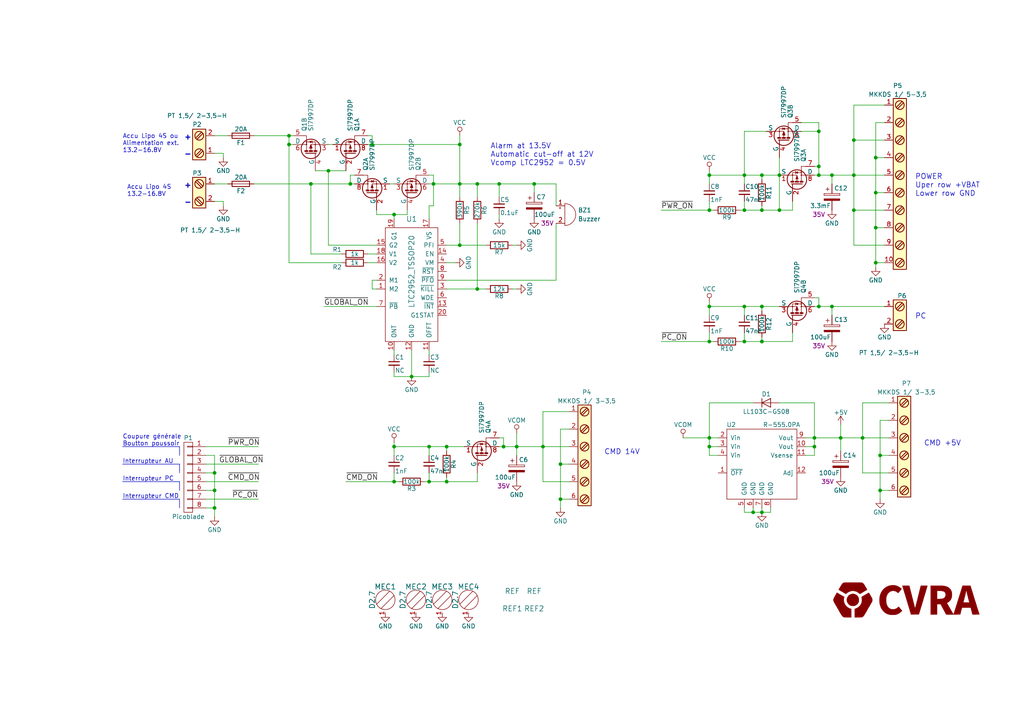
<source format=kicad_sch>
(kicad_sch (version 20230121) (generator eeschema)
  (paper "A4")
  (title_block (title "Power management robot") (date "29.01.2017") (rev "Draft") (company "CVRA - Club Vaudois de robotique Autonome"))
  (lib_symbols
    (symbol "CarteAlim2017-rescue:+5V" (power) (pin_names (offset 0))
      (property "Value" "+5V" (at 0 3.556 0))
      (symbol "+5V_1_1"
        (pin power_in line (at 0 0 90) (length 0) hide (name "+5V") (number "1"))
      )
    )
    (symbol "CarteAlim2017-rescue:Buzzer" (pin_names (offset 0.0254) hide)
      (property "Reference" "BZ" (at 3.81 1.27 0))
      (property "Value" "Buzzer" (at 3.81 -1.27 0))
      (symbol "Buzzer_1_1"
        (pin passive line (at -2.54 2.54 0) (length 2.54) (name "-") (number "1"))
        (pin passive line (at -2.54 -2.54 0) (length 2.54) (name "+") (number "2"))
      )
    )
    (symbol "CarteAlim2017-rescue:CONN_01X08" (pin_names (offset 1.016) hide)
      (property "Reference" "P" (at 0 11.43 0))
      (property "Value" "CONN_01X08" (at 2.54 0 90))
      (symbol "CONN_01X08_1_1"
        (pin passive line (at -5.08 8.89 0) (length 3.81) (name "P1") (number "1"))
        (pin passive line (at -5.08 6.35 0) (length 3.81) (name "P2") (number "2"))
        (pin passive line (at -5.08 3.81 0) (length 3.81) (name "P3") (number "3"))
        (pin passive line (at -5.08 1.27 0) (length 3.81) (name "P4") (number "4"))
        (pin passive line (at -5.08 -1.27 0) (length 3.81) (name "P5") (number "5"))
        (pin passive line (at -5.08 -3.81 0) (length 3.81) (name "P6") (number "6"))
        (pin passive line (at -5.08 -6.35 0) (length 3.81) (name "P7") (number "7"))
        (pin passive line (at -5.08 -8.89 0) (length 3.81) (name "P8") (number "8"))
      )
    )
    (symbol "CarteAlim2017-rescue:CP" (pin_numbers hide) (pin_names (offset 0.254))
      (property "Reference" "C" (at 0.635 2.54 0))
      (property "Value" "CP" (at 0.635 -2.54 0))
      (symbol "CP_1_1"
        (pin passive line (at 0 3.81 270) (length 2.794) (name "~") (number "1"))
        (pin passive line (at 0 -3.81 90) (length 2.794) (name "~") (number "2"))
      )
    )
    (symbol "CarteAlim2017-rescue:CVRA_logo" (pin_names (offset 1.016)))
    (symbol "CarteAlim2017-rescue:C_Small" (pin_numbers hide) (pin_names (offset 0.254) hide)
      (property "Reference" "C" (at 0.254 1.778 0))
      (property "Value" "C_Small" (at 0.254 -2.032 0))
      (symbol "C_Small_1_1"
        (pin passive line (at 0 2.54 270) (length 2.032) (name "~") (number "1"))
        (pin passive line (at 0 -2.54 90) (length 2.032) (name "~") (number "2"))
      )
    )
    (symbol "CarteAlim2017-rescue:D" (pin_numbers hide) (pin_names (offset 1.016) hide)
      (property "Reference" "D" (at 0 2.54 0))
      (property "Value" "D" (at 0 -2.54 0))
      (symbol "D_1_1"
        (pin passive line (at -3.81 0 0) (length 2.54) (name "K") (number "1"))
        (pin passive line (at 3.81 0 180) (length 2.54) (name "A") (number "2"))
      )
    )
    (symbol "CarteAlim2017-rescue:Fuse" (pin_numbers hide) (pin_names (offset 0))
      (property "Reference" "F" (at 2.032 0 90))
      (property "Value" "Fuse" (at -1.905 0 90))
      (symbol "Fuse_1_1"
        (pin passive line (at 0 3.81 270) (length 1.27) (name "~") (number "1"))
        (pin passive line (at 0 -3.81 90) (length 1.27) (name "~") (number "2"))
      )
    )
    (symbol "CarteAlim2017-rescue:GND" (power) (pin_names (offset 0))
      (property "Value" "GND" (at 0 -3.81 0))
      (symbol "GND_1_1"
        (pin power_in line (at 0 0 270) (length 0) hide (name "GND") (number "1"))
      )
    )
    (symbol "CarteAlim2017-rescue:LTC2952_TSSOP20" (pin_names (offset 1.016))
      (property "Reference" "U" (at 0 15.24 0))
      (property "Value" "LTC2952_TSSOP20" (at 0 0 90))
      (symbol "LTC2952_TSSOP20_1_1"
        (pin input line (at -10.16 -5.08 0) (length 2.54) (name "M2") (number "1"))
        (pin output line (at -5.08 -22.86 90) (length 2.54) (name "ONT") (number "10"))
        (pin output line (at 5.08 -22.86 90) (length 2.54) (name "OFFT") (number "11"))
        (pin power_out line (at 0 -22.86 90) (length 2.54) (name "GND") (number "12"))
        (pin open_collector line (at 10.16 -10.16 180) (length 2.54) (name "~{INT}") (number "13"))
        (pin output line (at 10.16 5.08 180) (length 2.54) (name "EN") (number "14"))
        (pin output line (at -10.16 7.62 0) (length 2.54) (name "G2") (number "15"))
        (pin power_in line (at -10.16 2.54 0) (length 2.54) (name "V2") (number "16"))
        (pin power_in line (at 5.08 15.24 270) (length 2.54) (name "VS") (number "17"))
        (pin power_in line (at -10.16 5.08 0) (length 2.54) (name "V1") (number "18"))
        (pin output line (at -5.08 15.24 270) (length 2.54) (name "G1") (number "19"))
        (pin input line (at -10.16 -2.54 0) (length 2.54) (name "M1") (number "2"))
        (pin open_collector line (at 10.16 -12.7 180) (length 2.54) (name "G1STAT") (number "20"))
        (pin input line (at 10.16 -5.08 180) (length 2.54) (name "~{KILL}") (number "3"))
        (pin input line (at 10.16 2.54 180) (length 2.54) (name "VM") (number "4"))
        (pin input line (at 10.16 7.62 180) (length 2.54) (name "PFI") (number "5"))
        (pin input line (at 10.16 -7.62 180) (length 2.54) (name "WDE") (number "6"))
        (pin input line (at -10.16 -10.16 0) (length 2.54) (name "~{PB}") (number "7"))
        (pin open_collector line (at 10.16 0 180) (length 2.54) (name "~{RST}") (number "8"))
        (pin open_collector line (at 10.16 -2.54 180) (length 2.54) (name "~{PFO}") (number "9"))
      )
    )
    (symbol "CarteAlim2017-rescue:MEC" (pin_names (offset 1.016))
      (property "Reference" "MEC" (at 0 -5.08 0))
      (property "Value" "MEC" (at 0 3.81 0))
      (symbol "MEC_1_1"
        (pin input line (at -3.81 0 0) (length 0) (name "~") (number "1"))
      )
    )
    (symbol "CarteAlim2017-rescue:R" (pin_numbers hide) (pin_names (offset 0))
      (property "Reference" "R" (at 2.032 0 90))
      (property "Value" "R" (at 0 0 90))
      (symbol "R_1_1"
        (pin passive line (at 0 3.81 270) (length 1.27) (name "~") (number "1"))
        (pin passive line (at 0 -3.81 90) (length 1.27) (name "~") (number "2"))
      )
    )
    (symbol "CarteAlim2017-rescue:R-5xxxA" (pin_names (offset 1.016))
      (property "Reference" "U" (at -8.89 8.89 0))
      (property "Value" "R-5xxxA" (at 5.715 8.89 0))
      (symbol "R-5xxxA_1_1"
        (pin input line (at -12.7 -5.08 0) (length 2.54) (name "~{OFF}") (number "1"))
        (pin power_out line (at 12.7 2.54 180) (length 2.54) (name "Vout") (number "10"))
        (pin input line (at 12.7 0 180) (length 2.54) (name "Vsense") (number "11"))
        (pin input line (at 12.7 -5.08 180) (length 2.54) (name "Adj") (number "12"))
        (pin power_in line (at -12.7 5.08 0) (length 2.54) (name "Vin") (number "2"))
        (pin power_in line (at -12.7 2.54 0) (length 2.54) (name "Vin") (number "3"))
        (pin power_in line (at -12.7 0 0) (length 2.54) (name "Vin") (number "4"))
        (pin power_in line (at -5.08 -15.24 90) (length 2.54) (name "GND") (number "5"))
        (pin power_in line (at -2.54 -15.24 90) (length 2.54) (name "GND") (number "6"))
        (pin power_in line (at 0 -15.24 90) (length 2.54) (name "GND") (number "7"))
        (pin power_in line (at 2.54 -15.24 90) (length 2.54) (name "GND") (number "8"))
        (pin power_out line (at 12.7 5.08 180) (length 2.54) (name "Vout") (number "9"))
      )
    )
    (symbol "CarteAlim2017-rescue:REF" (pin_names (offset 1.016))
      (property "Reference" "REF" (at 0 -2.54 0))
      (property "Value" "REF" (at 0 2.54 0))
    )
    (symbol "CarteAlim2017-rescue:Screw_Terminal_1x02" (pin_names (offset 0.762) hide)
      (property "Reference" "J" (at 0 6.35 0))
      (property "Value" "Screw_Terminal_1x02" (at -3.81 0 90))
      (symbol "Screw_Terminal_1x02_1_1"
        (pin passive line (at 5.08 2.54 180) (length 2.54) (name "~") (number "1"))
        (pin passive line (at 5.08 -2.54 180) (length 2.54) (name "~") (number "2"))
      )
    )
    (symbol "CarteAlim2017-rescue:Screw_Terminal_1x06" (pin_names (offset 0.762) hide)
      (property "Reference" "J" (at 0 16.51 0))
      (property "Value" "Screw_Terminal_1x06" (at -3.81 0 90))
      (symbol "Screw_Terminal_1x06_1_1"
        (pin passive line (at 5.08 12.7 180) (length 2.54) (name "~") (number "1"))
        (pin passive line (at 5.08 7.62 180) (length 2.54) (name "~") (number "2"))
        (pin passive line (at 5.08 2.54 180) (length 2.54) (name "~") (number "3"))
        (pin passive line (at 5.08 -2.54 180) (length 2.54) (name "~") (number "4"))
        (pin passive line (at 5.08 -7.62 180) (length 2.54) (name "~") (number "5"))
        (pin passive line (at 5.08 -12.7 180) (length 2.54) (name "~") (number "6"))
      )
    )
    (symbol "CarteAlim2017-rescue:Screw_Terminal_1x10" (pin_names (offset 0.762) hide)
      (property "Reference" "J" (at 0 26.67 0))
      (property "Value" "Screw_Terminal_1x10" (at -3.81 0 90))
      (symbol "Screw_Terminal_1x10_1_1"
        (pin passive line (at 5.08 22.86 180) (length 2.54) (name "~") (number "1"))
        (pin passive line (at 5.08 -22.86 180) (length 2.54) (name "~") (number "10"))
        (pin passive line (at 5.08 17.78 180) (length 2.54) (name "~") (number "2"))
        (pin passive line (at 5.08 12.7 180) (length 2.54) (name "~") (number "3"))
        (pin passive line (at 5.08 7.62 180) (length 2.54) (name "~") (number "4"))
        (pin passive line (at 5.08 2.54 180) (length 2.54) (name "~") (number "5"))
        (pin passive line (at 5.08 -2.54 180) (length 2.54) (name "~") (number "6"))
        (pin passive line (at 5.08 -7.62 180) (length 2.54) (name "~") (number "7"))
        (pin passive line (at 5.08 -12.7 180) (length 2.54) (name "~") (number "8"))
        (pin passive line (at 5.08 -17.78 180) (length 2.54) (name "~") (number "9"))
      )
    )
    (symbol "CarteAlim2017-rescue:Si7997DP" (pin_names (offset 0))
      (property "Reference" "Q" (at 6.35 1.905 0))
      (property "Value" "Si7997DP" (at 6.35 0 0))
      (symbol "Si7997DP_1_1"
        (pin passive line (at 2.54 -5.08 90) (length 2.54) (name "S") (number "1"))
        (pin input line (at -5.08 -1.27 0) (length 5.08) (name "G") (number "2"))
        (pin passive line (at 5.08 5.08 270) (length 2.54) (name "~") (number "7"))
        (pin passive line (at 2.54 5.08 270) (length 2.54) (name "D") (number "8"))
      )
      (symbol "Si7997DP_2_1"
        (pin passive line (at 2.54 -5.08 90) (length 2.54) (name "S") (number "3"))
        (pin input line (at -5.08 -1.27 0) (length 5.08) (name "G") (number "4"))
        (pin passive line (at 5.08 5.08 270) (length 2.54) (name "~") (number "5"))
        (pin passive line (at 2.54 5.08 270) (length 2.54) (name "D") (number "6"))
      )
    )
    (symbol "CarteAlim2017-rescue:VCC" (power) (pin_names (offset 0))
      (property "Value" "VCC" (at 0 3.81 0))
      (symbol "VCC_1_1"
        (pin power_in line (at 0 0 90) (length 0) hide (name "VCC") (number "1"))
      )
    )
    (symbol "CarteAlim2017-rescue:VCOM" (power) (pin_names (offset 0))
      (property "Value" "VCOM" (at 0 3.81 0))
      (symbol "VCOM_1_1"
        (pin power_in line (at 0 0 90) (length 0) hide (name "VCOM") (number "1"))
      )
    )
  )
  (junction (at 205.74 88.9))
  (junction (at 138.43 53.34))
  (junction (at 247.65 50.8))
  (junction (at 254 55.88))
  (junction (at 254 45.72))
  (junction (at 205.74 50.8))
  (junction (at 90.17 53.34))
  (junction (at 254 76.2))
  (junction (at 215.9 88.9))
  (junction (at 62.23 137.16))
  (junction (at 220.98 88.9))
  (junction (at 133.35 41.91))
  (junction (at 226.06 50.8))
  (junction (at 157.48 129.54))
  (junction (at 62.23 142.24))
  (junction (at 124.46 129.54))
  (junction (at 241.3 88.9))
  (junction (at 226.06 60.96))
  (junction (at 119.38 109.22))
  (junction (at 125.73 53.34))
  (junction (at 205.74 129.54))
  (junction (at 247.65 40.64))
  (junction (at 237.49 88.9))
  (junction (at 243.84 127))
  (junction (at 133.35 53.34))
  (junction (at 220.98 99.06))
  (junction (at 241.3 50.8))
  (junction (at 101.6 53.34))
  (junction (at 138.43 83.82))
  (junction (at 247.65 60.96))
  (junction (at 215.9 60.96))
  (junction (at 146.05 129.54))
  (junction (at 114.3 129.54))
  (junction (at 114.3 62.23))
  (junction (at 237.49 50.8))
  (junction (at 133.35 71.12))
  (junction (at 250.19 127))
  (junction (at 255.27 132.08))
  (junction (at 218.44 148.59))
  (junction (at 205.74 127))
  (junction (at 255.27 142.24))
  (junction (at 237.49 48.26))
  (junction (at 107.95 41.91))
  (junction (at 220.98 148.59))
  (junction (at 129.54 139.7))
  (junction (at 162.56 144.78))
  (junction (at 215.9 99.06))
  (junction (at 254 66.04))
  (junction (at 220.98 60.96))
  (junction (at 95.25 49.53))
  (junction (at 205.74 60.96))
  (junction (at 124.46 139.7))
  (junction (at 236.22 127))
  (junction (at 149.86 129.54))
  (junction (at 154.94 53.34))
  (junction (at 220.98 50.8))
  (junction (at 83.82 39.37))
  (junction (at 83.82 41.91))
  (junction (at 144.78 53.34))
  (junction (at 237.49 38.1))
  (junction (at 62.23 147.32))
  (junction (at 205.74 99.06))
  (junction (at 114.3 139.7))
  (junction (at 162.56 134.62))
  (junction (at 236.22 129.54))
  (junction (at 215.9 50.8))
  (junction (at 129.54 129.54))
  (wire (pts (xy 129.54 139.7) (xy 138.43 139.7)))
  (wire (pts (xy 83.82 76.2) (xy 99.06 76.2)))
  (wire (pts (xy 205.74 87.63) (xy 205.74 88.9)))
  (wire (pts (xy 256.54 66.04) (xy 254 66.04)))
  (wire (pts (xy 241.3 50.8) (xy 247.65 50.8)))
  (wire (pts (xy 165.1 124.46) (xy 162.56 124.46)))
  (wire (pts (xy 62.23 137.16) (xy 62.23 142.24)))
  (wire (pts (xy 232.41 38.1) (xy 237.49 38.1)))
  (wire (pts (xy 90.17 53.34) (xy 101.6 53.34)))
  (wire (pts (xy 73.66 53.34) (xy 90.17 53.34)))
  (wire (pts (xy 114.3 129.54) (xy 124.46 129.54)))
  (wire (pts (xy 106.68 73.66) (xy 109.22 73.66)))
  (wire (pts (xy 106.68 41.91) (xy 107.95 41.91)))
  (wire (pts (xy 215.9 50.8) (xy 215.9 53.34)))
  (wire (pts (xy 62.23 142.24) (xy 62.23 147.32)))
  (wire (pts (xy 237.49 50.8) (xy 241.3 50.8)))
  (wire (pts (xy 154.94 55.88) (xy 154.94 53.34)))
  (wire (pts (xy 205.74 99.06) (xy 207.01 99.06)))
  (wire (pts (xy 64.77 58.42) (xy 64.77 59.69)))
  (wire (pts (xy 124.46 50.8) (xy 125.73 50.8)))
  (wire (pts (xy 226.06 50.8) (xy 226.06 60.96)))
  (wire (pts (xy 114.3 63.5) (xy 114.3 62.23)))
  (wire (pts (xy 205.74 50.8) (xy 205.74 53.34)))
  (wire (pts (xy 119.38 109.22) (xy 124.46 109.22)))
  (wire (pts (xy 220.98 148.59) (xy 223.52 148.59)))
  (polyline (pts (xy 52.07 137.16) (xy 52.07 134.62)))
  (polyline (pts (xy 52.07 139.7) (xy 35.56 139.7)))
  (wire (pts (xy 237.49 35.56) (xy 237.49 38.1)))
  (wire (pts (xy 100.33 139.7) (xy 114.3 139.7)))
  (wire (pts (xy 205.74 88.9) (xy 205.74 91.44)))
  (wire (pts (xy 102.87 50.8) (xy 101.6 50.8)))
  (wire (pts (xy 255.27 142.24) (xy 255.27 144.78)))
  (wire (pts (xy 114.3 128.27) (xy 114.3 129.54)))
  (wire (pts (xy 220.98 147.32) (xy 220.98 148.59)))
  (wire (pts (xy 236.22 88.9) (xy 237.49 88.9)))
  (wire (pts (xy 129.54 76.2) (xy 132.08 76.2)))
  (wire (pts (xy 157.48 139.7) (xy 165.1 139.7)))
  (wire (pts (xy 124.46 129.54) (xy 129.54 129.54)))
  (wire (pts (xy 241.3 88.9) (xy 241.3 91.44)))
  (wire (pts (xy 215.9 88.9) (xy 220.98 88.9)))
  (wire (pts (xy 59.69 139.7) (xy 74.93 139.7)))
  (wire (pts (xy 247.65 60.96) (xy 247.65 71.12)))
  (wire (pts (xy 138.43 57.15) (xy 138.43 53.34)))
  (wire (pts (xy 226.06 60.96) (xy 229.87 60.96)))
  (wire (pts (xy 214.63 99.06) (xy 215.9 99.06)))
  (wire (pts (xy 59.69 134.62) (xy 74.93 134.62)))
  (wire (pts (xy 236.22 127) (xy 243.84 127)))
  (wire (pts (xy 124.46 109.22) (xy 124.46 107.95)))
  (wire (pts (xy 129.54 83.82) (xy 138.43 83.82)))
  (wire (pts (xy 223.52 148.59) (xy 223.52 147.32)))
  (wire (pts (xy 257.81 116.84) (xy 250.19 116.84)))
  (wire (pts (xy 256.54 45.72) (xy 254 45.72)))
  (wire (pts (xy 109.22 60.96) (xy 109.22 62.23)))
  (wire (pts (xy 83.82 41.91) (xy 85.09 41.91)))
  (wire (pts (xy 220.98 99.06) (xy 229.87 99.06)))
  (wire (pts (xy 215.9 58.42) (xy 215.9 60.96)))
  (wire (pts (xy 95.25 49.53) (xy 100.33 49.53)))
  (wire (pts (xy 205.74 50.8) (xy 215.9 50.8)))
  (wire (pts (xy 124.46 63.5) (xy 124.46 59.69)))
  (wire (pts (xy 215.9 96.52) (xy 215.9 99.06)))
  (wire (pts (xy 218.44 148.59) (xy 220.98 148.59)))
  (wire (pts (xy 215.9 147.32) (xy 215.9 148.59)))
  (wire (pts (xy 254 45.72) (xy 254 55.88)))
  (wire (pts (xy 114.3 53.34) (xy 113.03 53.34)))
  (wire (pts (xy 114.3 101.6) (xy 114.3 102.87)))
  (wire (pts (xy 165.1 119.38) (xy 157.48 119.38)))
  (wire (pts (xy 64.77 44.45) (xy 64.77 45.72)))
  (wire (pts (xy 124.46 137.16) (xy 124.46 139.7)))
  (wire (pts (xy 59.69 132.08) (xy 62.23 132.08)))
  (wire (pts (xy 148.59 71.12) (xy 149.86 71.12)))
  (wire (pts (xy 250.19 116.84) (xy 250.19 127)))
  (wire (pts (xy 149.86 125.73) (xy 149.86 129.54)))
  (wire (pts (xy 149.86 129.54) (xy 157.48 129.54)))
  (wire (pts (xy 256.54 35.56) (xy 254 35.56)))
  (wire (pts (xy 101.6 50.8) (xy 101.6 53.34)))
  (wire (pts (xy 109.22 62.23) (xy 114.3 62.23)))
  (wire (pts (xy 220.98 97.79) (xy 220.98 99.06)))
  (wire (pts (xy 95.25 71.12) (xy 95.25 49.53)))
  (wire (pts (xy 146.05 127) (xy 146.05 129.54)))
  (wire (pts (xy 138.43 64.77) (xy 138.43 83.82)))
  (wire (pts (xy 114.3 62.23) (xy 118.11 62.23)))
  (wire (pts (xy 256.54 55.88) (xy 254 55.88)))
  (wire (pts (xy 101.6 53.34) (xy 102.87 53.34)))
  (wire (pts (xy 215.9 99.06) (xy 220.98 99.06)))
  (wire (pts (xy 255.27 121.92) (xy 255.27 132.08)))
  (wire (pts (xy 109.22 81.28) (xy 107.95 81.28)))
  (wire (pts (xy 220.98 50.8) (xy 226.06 50.8)))
  (wire (pts (xy 148.59 83.82) (xy 149.86 83.82)))
  (wire (pts (xy 215.9 91.44) (xy 215.9 88.9)))
  (wire (pts (xy 138.43 83.82) (xy 140.97 83.82)))
  (wire (pts (xy 222.25 38.1) (xy 215.9 38.1)))
  (wire (pts (xy 144.78 129.54) (xy 146.05 129.54)))
  (wire (pts (xy 59.69 147.32) (xy 62.23 147.32)))
  (wire (pts (xy 191.77 99.06) (xy 205.74 99.06)))
  (wire (pts (xy 99.06 73.66) (xy 90.17 73.66)))
  (wire (pts (xy 125.73 50.8) (xy 125.73 53.34)))
  (wire (pts (xy 236.22 48.26) (xy 237.49 48.26)))
  (wire (pts (xy 243.84 127) (xy 250.19 127)))
  (wire (pts (xy 129.54 71.12) (xy 133.35 71.12)))
  (polyline (pts (xy 52.07 142.24) (xy 52.07 139.7)))
  (wire (pts (xy 220.98 88.9) (xy 226.06 88.9)))
  (wire (pts (xy 256.54 40.64) (xy 247.65 40.64)))
  (wire (pts (xy 215.9 38.1) (xy 215.9 50.8)))
  (wire (pts (xy 247.65 60.96) (xy 256.54 60.96)))
  (wire (pts (xy 247.65 30.48) (xy 247.65 40.64)))
  (wire (pts (xy 241.3 50.8) (xy 241.3 53.34)))
  (wire (pts (xy 254 55.88) (xy 254 66.04)))
  (wire (pts (xy 124.46 139.7) (xy 129.54 139.7)))
  (wire (pts (xy 237.49 38.1) (xy 237.49 48.26)))
  (wire (pts (xy 107.95 83.82) (xy 109.22 83.82)))
  (wire (pts (xy 62.23 147.32) (xy 62.23 149.86)))
  (wire (pts (xy 247.65 71.12) (xy 256.54 71.12)))
  (wire (pts (xy 220.98 52.07) (xy 220.98 50.8)))
  (wire (pts (xy 59.69 137.16) (xy 62.23 137.16)))
  (wire (pts (xy 236.22 86.36) (xy 237.49 86.36)))
  (wire (pts (xy 124.46 53.34) (xy 125.73 53.34)))
  (wire (pts (xy 144.78 53.34) (xy 154.94 53.34)))
  (wire (pts (xy 114.3 139.7) (xy 115.57 139.7)))
  (wire (pts (xy 205.74 88.9) (xy 215.9 88.9)))
  (wire (pts (xy 129.54 138.43) (xy 129.54 139.7)))
  (wire (pts (xy 118.11 62.23) (xy 118.11 60.96)))
  (wire (pts (xy 73.66 39.37) (xy 83.82 39.37)))
  (wire (pts (xy 157.48 129.54) (xy 157.48 139.7)))
  (wire (pts (xy 250.19 127) (xy 250.19 137.16)))
  (wire (pts (xy 236.22 116.84) (xy 236.22 127)))
  (wire (pts (xy 124.46 102.87) (xy 124.46 101.6)))
  (wire (pts (xy 133.35 41.91) (xy 133.35 53.34)))
  (wire (pts (xy 205.74 129.54) (xy 205.74 132.08)))
  (wire (pts (xy 205.74 127) (xy 205.74 129.54)))
  (wire (pts (xy 90.17 73.66) (xy 90.17 53.34)))
  (wire (pts (xy 161.29 81.28) (xy 129.54 81.28)))
  (wire (pts (xy 243.84 127) (xy 243.84 130.81)))
  (wire (pts (xy 205.74 58.42) (xy 205.74 60.96)))
  (wire (pts (xy 257.81 121.92) (xy 255.27 121.92)))
  (wire (pts (xy 62.23 58.42) (xy 64.77 58.42)))
  (wire (pts (xy 62.23 39.37) (xy 66.04 39.37)))
  (wire (pts (xy 162.56 134.62) (xy 162.56 144.78)))
  (wire (pts (xy 62.23 53.34) (xy 66.04 53.34)))
  (wire (pts (xy 144.78 127) (xy 146.05 127)))
  (wire (pts (xy 232.41 35.56) (xy 237.49 35.56)))
  (wire (pts (xy 191.77 60.96) (xy 205.74 60.96)))
  (wire (pts (xy 133.35 53.34) (xy 133.35 57.15)))
  (wire (pts (xy 119.38 101.6) (xy 119.38 109.22)))
  (wire (pts (xy 254 76.2) (xy 256.54 76.2)))
  (wire (pts (xy 218.44 116.84) (xy 205.74 116.84)))
  (wire (pts (xy 154.94 53.34) (xy 161.29 53.34)))
  (polyline (pts (xy 52.07 132.08) (xy 52.07 129.54)))
  (wire (pts (xy 106.68 76.2) (xy 109.22 76.2)))
  (wire (pts (xy 133.35 64.77) (xy 133.35 71.12)))
  (wire (pts (xy 256.54 30.48) (xy 247.65 30.48)))
  (wire (pts (xy 106.68 39.37) (xy 107.95 39.37)))
  (wire (pts (xy 83.82 39.37) (xy 85.09 39.37)))
  (wire (pts (xy 133.35 53.34) (xy 138.43 53.34)))
  (wire (pts (xy 133.35 71.12) (xy 140.97 71.12)))
  (wire (pts (xy 133.35 39.37) (xy 133.35 41.91)))
  (wire (pts (xy 215.9 50.8) (xy 220.98 50.8)))
  (wire (pts (xy 107.95 81.28) (xy 107.95 83.82)))
  (wire (pts (xy 125.73 53.34) (xy 133.35 53.34)))
  (wire (pts (xy 229.87 99.06) (xy 229.87 96.52)))
  (wire (pts (xy 59.69 144.78) (xy 74.93 144.78)))
  (wire (pts (xy 165.1 134.62) (xy 162.56 134.62)))
  (wire (pts (xy 114.3 107.95) (xy 114.3 109.22)))
  (wire (pts (xy 114.3 137.16) (xy 114.3 139.7)))
  (wire (pts (xy 241.3 88.9) (xy 256.54 88.9)))
  (wire (pts (xy 229.87 60.96) (xy 229.87 58.42)))
  (wire (pts (xy 237.49 88.9) (xy 241.3 88.9)))
  (wire (pts (xy 237.49 48.26) (xy 237.49 50.8)))
  (wire (pts (xy 129.54 130.81) (xy 129.54 129.54)))
  (wire (pts (xy 220.98 59.69) (xy 220.98 60.96)))
  (wire (pts (xy 247.65 40.64) (xy 247.65 50.8)))
  (wire (pts (xy 247.65 50.8) (xy 247.65 60.96)))
  (wire (pts (xy 255.27 132.08) (xy 255.27 142.24)))
  (wire (pts (xy 83.82 39.37) (xy 83.82 41.91)))
  (wire (pts (xy 157.48 129.54) (xy 165.1 129.54)))
  (wire (pts (xy 161.29 64.77) (xy 161.29 81.28)))
  (wire (pts (xy 205.74 49.53) (xy 205.74 50.8)))
  (polyline (pts (xy 52.07 144.78) (xy 35.56 144.78)))
  (wire (pts (xy 62.23 132.08) (xy 62.23 137.16)))
  (wire (pts (xy 138.43 53.34) (xy 144.78 53.34)))
  (wire (pts (xy 250.19 137.16) (xy 257.81 137.16)))
  (wire (pts (xy 220.98 90.17) (xy 220.98 88.9)))
  (wire (pts (xy 107.95 39.37) (xy 107.95 41.91)))
  (wire (pts (xy 205.74 132.08) (xy 208.28 132.08)))
  (wire (pts (xy 236.22 50.8) (xy 237.49 50.8)))
  (polyline (pts (xy 52.07 134.62) (xy 35.56 134.62)))
  (wire (pts (xy 83.82 41.91) (xy 83.82 76.2)))
  (wire (pts (xy 220.98 60.96) (xy 226.06 60.96)))
  (wire (pts (xy 205.74 96.52) (xy 205.74 99.06)))
  (polyline (pts (xy 52.07 147.32) (xy 52.07 144.78)))
  (wire (pts (xy 125.73 53.34) (xy 125.73 59.69)))
  (wire (pts (xy 162.56 124.46) (xy 162.56 134.62)))
  (wire (pts (xy 93.98 88.9) (xy 109.22 88.9)))
  (wire (pts (xy 59.69 129.54) (xy 74.93 129.54)))
  (wire (pts (xy 107.95 41.91) (xy 133.35 41.91)))
  (wire (pts (xy 124.46 59.69) (xy 125.73 59.69)))
  (wire (pts (xy 198.12 127) (xy 205.74 127)))
  (wire (pts (xy 214.63 60.96) (xy 215.9 60.96)))
  (wire (pts (xy 236.22 116.84) (xy 226.06 116.84)))
  (wire (pts (xy 233.68 127) (xy 236.22 127)))
  (wire (pts (xy 233.68 129.54) (xy 236.22 129.54)))
  (wire (pts (xy 114.3 129.54) (xy 114.3 132.08)))
  (wire (pts (xy 236.22 127) (xy 236.22 129.54)))
  (wire (pts (xy 208.28 129.54) (xy 205.74 129.54)))
  (wire (pts (xy 62.23 44.45) (xy 64.77 44.45)))
  (wire (pts (xy 205.74 60.96) (xy 207.01 60.96)))
  (wire (pts (xy 138.43 139.7) (xy 138.43 137.16)))
  (wire (pts (xy 157.48 119.38) (xy 157.48 129.54)))
  (wire (pts (xy 255.27 142.24) (xy 257.81 142.24)))
  (wire (pts (xy 247.65 50.8) (xy 256.54 50.8)))
  (wire (pts (xy 162.56 144.78) (xy 165.1 144.78)))
  (wire (pts (xy 109.22 71.12) (xy 95.25 71.12)))
  (wire (pts (xy 243.84 123.19) (xy 243.84 127)))
  (wire (pts (xy 144.78 53.34) (xy 144.78 57.15)))
  (wire (pts (xy 123.19 139.7) (xy 124.46 139.7)))
  (wire (pts (xy 257.81 132.08) (xy 255.27 132.08)))
  (wire (pts (xy 254 66.04) (xy 254 76.2)))
  (wire (pts (xy 218.44 147.32) (xy 218.44 148.59)))
  (wire (pts (xy 144.78 62.23) (xy 144.78 63.5)))
  (wire (pts (xy 162.56 144.78) (xy 162.56 147.32)))
  (wire (pts (xy 149.86 129.54) (xy 149.86 132.08)))
  (wire (pts (xy 205.74 116.84) (xy 205.74 127)))
  (wire (pts (xy 146.05 129.54) (xy 149.86 129.54)))
  (wire (pts (xy 250.19 127) (xy 257.81 127)))
  (wire (pts (xy 254 35.56) (xy 254 45.72)))
  (wire (pts (xy 124.46 132.08) (xy 124.46 129.54)))
  (wire (pts (xy 129.54 129.54) (xy 134.62 129.54)))
  (wire (pts (xy 161.29 53.34) (xy 161.29 59.69)))
  (wire (pts (xy 215.9 148.59) (xy 218.44 148.59)))
  (wire (pts (xy 59.69 142.24) (xy 62.23 142.24)))
  (wire (pts (xy 236.22 129.54) (xy 236.22 132.08)))
  (wire (pts (xy 95.25 41.91) (xy 96.52 41.91)))
  (wire (pts (xy 236.22 132.08) (xy 233.68 132.08)))
  (wire (pts (xy 254 76.2) (xy 254 77.47)))
  (wire (pts (xy 91.44 49.53) (xy 95.25 49.53)))
  (wire (pts (xy 114.3 109.22) (xy 119.38 109.22)))
  (wire (pts (xy 226.06 45.72) (xy 226.06 50.8)))
  (wire (pts (xy 205.74 127) (xy 208.28 127)))
  (polyline (pts (xy 52.07 129.54) (xy 35.56 129.54)))
  (wire (pts (xy 215.9 60.96) (xy 220.98 60.96)))
  (wire (pts (xy 237.49 86.36) (xy 237.49 88.9)))
  (text "Alarm at 13.5V\nAutomatic cut-off at 12V\nVcomp LTC2952 = 0.5V" (at 142.24 48.26 0) (effects (font (size 1.524 1.524)) (justify left bottom)))
  (text "CMD +5V" (at 267.97 129.54 0) (effects (font (size 1.524 1.524)) (justify left bottom)))
  (text "+\n\n-" (at 53.34 59.69 0) (effects (font (size 1.524 1.524) (thickness 0.3048) bold) (justify left bottom)))
  (text "CMD 14V" (at 175.26 132.08 0) (effects (font (size 1.524 1.524)) (justify left bottom)))
  (text "POWER\nUper row +VBAT\nLower row GND" (at 265.43 57.15 0) (effects (font (size 1.524 1.524)) (justify left bottom)))
  (text "PC" (at 265.43 92.71 0) (effects (font (size 1.524 1.524)) (justify left bottom)))
  (text "+\n\n-" (at 53.34 45.72 0) (effects (font (size 1.524 1.524) (thickness 0.3048) bold) (justify left bottom)))
  (text "Interrupteur PC" (at 35.56 139.7 0) (effects (font (size 1.27 1.27)) (justify left bottom)))
  (text "Interrupteur AU" (at 35.56 134.62 0) (effects (font (size 1.27 1.27)) (justify left bottom)))
  (text "Accu Lipo 4S ou\nAlimentation ext.\n13.2-16.8V" (at 35.56 44.45 0) (effects (font (size 1.27 1.27)) (justify left bottom)))
  (text "Interrupteur CMD" (at 35.56 144.78 0) (effects (font (size 1.27 1.27)) (justify left bottom)))
  (text "Accu Lipo 4S\n13.2-16.8V" (at 36.83 57.15 0) (effects (font (size 1.27 1.27)) (justify left bottom)))
  (text "Coupure générale\nBoutton poussoir" (at 35.56 129.54 0) (effects (font (size 1.27 1.27)) (justify left bottom)))
  (label "~{PWR_ON}" (at 191.77 60.96 0) (effects (font (size 1.524 1.524))))
  (label "~{CMD_ON}" (at 100.33 139.7 0) (effects (font (size 1.524 1.524))))
  (label "~{PWR_ON}" (at 66.04 129.54 0) (effects (font (size 1.524 1.524))))
  (label "~{GLOBAL_ON}" (at 63.5 134.62 0) (effects (font (size 1.524 1.524))))
  (label "~{GLOBAL_ON}" (at 93.98 88.9 0) (effects (font (size 1.524 1.524))))
  (label "~{PC_ON}" (at 67.31 144.78 0) (effects (font (size 1.524 1.524))))
  (label "~{PC_ON}" (at 191.77 99.06 0) (effects (font (size 1.524 1.524))))
  (label "~{CMD_ON}" (at 66.04 139.7 0) (effects (font (size 1.524 1.524))))
  (symbol (lib_id "CarteAlim2017-rescue:Screw_Terminal_1x02") (at 57.15 41.91 0) (mirror x) (unit 1)
    (property "Reference" "P2" (at 57.15 36.83 0) (effects (justify top)))
    (property "Value" "PT 1,5/ 2-3,5-H" (at 57.15 34.29 0) (effects (justify top)))
    (property "Footprint" "cvra:Bornier_2p_3.5H" (effects hide))
  )
  (symbol (lib_id "CarteAlim2017-rescue:Screw_Terminal_1x02") (at 57.15 55.88 0) (unit 1)
    (property "Reference" "P3" (at 57.15 49.53 0) (effects (justify top)))
    (property "Value" "PT 1,5/ 2-3,5-H" (at 60.96 66.04 0) (effects (justify top)))
    (property "Footprint" "cvra:Bornier_2p_3.5H" (effects hide))
  )
  (symbol (lib_id "CarteAlim2017-rescue:Fuse") (at 69.85 39.37 270) (unit 1)
    (property "Reference" "F1" (at 69.85 41.402 90))
    (property "Value" "20A" (at 69.85 37.465 90))
    (property "Footprint" "_div:FuseHolder-Keystone-3557-2" (effects hide))
  )
  (symbol (lib_id "CarteAlim2017-rescue:Fuse") (at 69.85 53.34 270) (unit 1)
    (property "Reference" "F2" (at 69.85 55.372 90))
    (property "Value" "20A" (at 69.85 51.435 90))
    (property "Footprint" "_div:FuseHolder-Keystone-3557-2" (effects hide))
  )
  (symbol (lib_id "CarteAlim2017-rescue:CP") (at 241.3 57.15 0) (unit 1)
    (property "Reference" "C12" (at 241.935 54.61 0) (effects (justify left)))
    (property "Value" "3.3mF" (at 234.95 59.69 0) (effects (justify left)))
    (property "Footprint" "_div:CP_Radial_L31.50D16.00P7.50_H" (effects hide))
    (property "Tension" "35V" (at 237.49 62.23 0))
    (property "Digikey" "565-3927-ND" (effects hide))
  )
  (symbol (lib_id "CarteAlim2017-rescue:LTC2952_TSSOP20") (at 119.38 78.74 0) (unit 1)
    (property "Reference" "U1" (at 119.38 63.5 0) (effects (font (size 1.524 1.524))))
    (property "Value" "LTC2952_TSSOP20" (at 119.38 78.74 90) (effects (font (size 1.524 1.524))))
    (property "Footprint" "Housings_SSOP:TSSOP-20_4.4x6.5mm_Pitch0.65mm" (effects hide))
  )
  (symbol (lib_id "CarteAlim2017-rescue:Si7997DP") (at 107.95 55.88 90) (unit 1)
    (property "Reference" "Q2" (at 106.045 49.53 0) (effects (justify left)))
    (property "Value" "Si7997DP" (at 107.95 49.53 0) (effects (justify left)))
    (property "Footprint" "_std:PowerPak-SO8_5.15x6.15mm_Pitch1.27mm" (effects hide))
  )
  (symbol (lib_id "CarteAlim2017-rescue:Si7997DP") (at 119.38 55.88 270) (mirror x) (unit 2)
    (property "Reference" "Q2" (at 121.285 49.53 0) (effects (justify left)))
    (property "Value" "Si7997DP" (at 119.38 49.53 0) (effects (justify left)))
    (property "Footprint" "_std:PowerPak-SO8_5.15x6.15mm_Pitch1.27mm" (effects hide))
  )
  (symbol (lib_id "CarteAlim2017-rescue:Si7997DP") (at 90.17 44.45 90) (unit 2)
    (property "Reference" "Q1" (at 88.265 38.1 0) (effects (justify left)))
    (property "Value" "Si7997DP" (at 90.17 38.1 0) (effects (justify left)))
    (property "Footprint" "_std:PowerPak-SO8_5.15x6.15mm_Pitch1.27mm" (effects hide))
  )
  (symbol (lib_id "CarteAlim2017-rescue:Si7997DP") (at 101.6 44.45 270) (mirror x) (unit 1)
    (property "Reference" "Q1" (at 103.505 38.1 0) (effects (justify left)))
    (property "Value" "Si7997DP" (at 101.6 38.1 0) (effects (justify left)))
    (property "Footprint" "_std:PowerPak-SO8_5.15x6.15mm_Pitch1.27mm" (effects hide))
  )
  (symbol (lib_id "CarteAlim2017-rescue:R") (at 138.43 60.96 0) (unit 1)
    (property "Reference" "R6" (at 140.462 60.96 90))
    (property "Value" "270k" (at 138.43 60.96 90))
    (property "Footprint" "_std:_0603" (effects hide))
  )
  (symbol (lib_id "CarteAlim2017-rescue:R") (at 144.78 71.12 270) (unit 1)
    (property "Reference" "R7" (at 144.78 73.152 90))
    (property "Value" "15k" (at 144.78 71.12 90))
    (property "Footprint" "_std:_0603" (effects hide))
  )
  (symbol (lib_id "CarteAlim2017-rescue:R") (at 133.35 60.96 0) (unit 1)
    (property "Reference" "R5" (at 135.382 60.96 90))
    (property "Value" "390k" (at 133.35 60.96 90))
    (property "Footprint" "_std:_0603" (effects hide))
  )
  (symbol (lib_id "CarteAlim2017-rescue:R") (at 144.78 83.82 270) (unit 1)
    (property "Reference" "R8" (at 144.78 85.852 90))
    (property "Value" "12k" (at 144.78 83.82 90))
    (property "Footprint" "_std:_0603" (effects hide))
  )
  (symbol (lib_id "CarteAlim2017-rescue:GND") (at 119.38 109.22 0) (unit 1)
    (property "Reference" "#PWR01" (effects hide))
    (property "Value" "GND" (at 119.38 113.03 0))
  )
  (symbol (lib_id "CarteAlim2017-rescue:R") (at 102.87 73.66 270) (unit 1)
    (property "Reference" "R1" (at 97.79 72.39 90))
    (property "Value" "1k" (at 102.87 73.66 90))
    (property "Footprint" "_std:_0603" (effects hide))
  )
  (symbol (lib_id "CarteAlim2017-rescue:R") (at 102.87 76.2 270) (unit 1)
    (property "Reference" "R2" (at 97.79 77.47 90))
    (property "Value" "1k" (at 102.87 76.2 90))
    (property "Footprint" "_std:_0603" (effects hide))
  )
  (symbol (lib_id "CarteAlim2017-rescue:GND") (at 64.77 45.72 0) (unit 1)
    (property "Reference" "#PWR02" (effects hide))
    (property "Value" "GND" (at 64.77 49.53 0))
  )
  (symbol (lib_id "CarteAlim2017-rescue:GND") (at 64.77 59.69 0) (unit 1)
    (property "Reference" "#PWR03" (effects hide))
    (property "Value" "GND" (at 64.77 63.5 0))
  )
  (symbol (lib_id "CarteAlim2017-rescue:GND") (at 132.08 76.2 90) (unit 1)
    (property "Reference" "#PWR04" (effects hide))
    (property "Value" "GND" (at 135.89 76.2 0))
  )
  (symbol (lib_id "CarteAlim2017-rescue:C_Small") (at 124.46 105.41 0) (unit 1)
    (property "Reference" "C3" (at 124.714 103.632 0) (effects (justify left)))
    (property "Value" "NC" (at 124.714 107.442 0) (effects (justify left)))
    (property "Footprint" "_std:_0603" (effects hide))
  )
  (symbol (lib_id "CarteAlim2017-rescue:C_Small") (at 114.3 105.41 0) (unit 1)
    (property "Reference" "C1" (at 114.554 103.632 0) (effects (justify left)))
    (property "Value" "NC" (at 114.554 107.442 0) (effects (justify left)))
    (property "Footprint" "_std:_0603" (effects hide))
  )
  (symbol (lib_id "CarteAlim2017-rescue:C_Small") (at 144.78 59.69 0) (unit 1)
    (property "Reference" "C5" (at 145.034 57.912 0) (effects (justify left)))
    (property "Value" "0.1uF" (at 145.034 61.722 0) (effects (justify left)))
    (property "Footprint" "_std:_0603" (effects hide))
  )
  (symbol (lib_id "CarteAlim2017-rescue:R") (at 220.98 55.88 0) (unit 1)
    (property "Reference" "R11" (at 223.012 55.88 90))
    (property "Value" "100k" (at 220.98 55.88 90))
    (property "Footprint" "_std:_0603" (effects hide))
  )
  (symbol (lib_id "CarteAlim2017-rescue:C_Small") (at 215.9 55.88 0) (unit 1)
    (property "Reference" "C10" (at 216.154 54.102 0) (effects (justify left)))
    (property "Value" "47nF" (at 216.154 57.912 0) (effects (justify left)))
    (property "Footprint" "_std:_0603" (effects hide))
  )
  (symbol (lib_id "CarteAlim2017-rescue:R") (at 210.82 60.96 270) (unit 1)
    (property "Reference" "R9" (at 210.82 62.992 90))
    (property "Value" "100k" (at 210.82 60.96 90))
    (property "Footprint" "_std:_0603" (effects hide))
  )
  (symbol (lib_id "CarteAlim2017-rescue:C_Small") (at 205.74 55.88 0) (unit 1)
    (property "Reference" "C8" (at 205.994 54.102 0) (effects (justify left)))
    (property "Value" "1nF" (at 205.994 57.912 0) (effects (justify left)))
    (property "Footprint" "_std:_0603" (effects hide))
  )
  (symbol (lib_id "CarteAlim2017-rescue:GND") (at 149.86 71.12 90) (unit 1)
    (property "Reference" "#PWR05" (effects hide))
    (property "Value" "GND" (at 153.67 71.12 0))
  )
  (symbol (lib_id "CarteAlim2017-rescue:GND") (at 149.86 83.82 90) (unit 1)
    (property "Reference" "#PWR06" (effects hide))
    (property "Value" "GND" (at 153.67 83.82 0))
  )
  (symbol (lib_id "CarteAlim2017-rescue:Buzzer") (at 163.83 62.23 0) (unit 1)
    (property "Reference" "BZ1" (at 167.64 60.96 0) (effects (justify left)))
    (property "Value" "Buzzer" (at 167.64 63.5 0) (effects (justify left)))
    (property "Footprint" "_div:_Buzzer_PUIAudio_AI-1433-TWT-R" (effects hide))
    (property "Digikey" "668-1341-ND" (effects hide))
  )
  (symbol (lib_id "CarteAlim2017-rescue:GND") (at 144.78 63.5 0) (unit 1)
    (property "Reference" "#PWR07" (effects hide))
    (property "Value" "GND" (at 144.78 67.31 0))
  )
  (symbol (lib_id "CarteAlim2017-rescue:GND") (at 241.3 60.96 0) (unit 1)
    (property "Reference" "#PWR09" (effects hide))
    (property "Value" "GND" (at 241.3 64.77 0))
  )
  (symbol (lib_id "CarteAlim2017-rescue:Screw_Terminal_1x10") (at 261.62 53.34 0) (mirror y) (unit 1)
    (property "Reference" "P5" (at 260.35 24.13 0) (effects (justify top)))
    (property "Value" "MKKDS 1/ 5-3,5" (at 260.35 26.67 0) (effects (justify top)))
    (property "Footprint" "_connectors:_Pheonix_MKKDS-1-5-3.5mm" (effects hide))
  )
  (symbol (lib_id "CarteAlim2017-rescue:GND") (at 254 77.47 0) (unit 1)
    (property "Reference" "#PWR010" (effects hide))
    (property "Value" "GND" (at 254 81.28 0))
  )
  (symbol (lib_id "CarteAlim2017-rescue:VCC") (at 205.74 49.53 0) (unit 1)
    (property "Reference" "#PWR011" (effects hide))
    (property "Value" "VCC" (at 205.74 45.72 0))
  )
  (symbol (lib_id "CarteAlim2017-rescue:CP") (at 241.3 95.25 0) (unit 1)
    (property "Reference" "C13" (at 241.935 92.71 0) (effects (justify left)))
    (property "Value" "100uF" (at 234.95 97.79 0) (effects (justify left)))
    (property "Footprint" "Capacitors_ThroughHole:CP_Radial_D8.0mm_P3.50mm" (effects hide))
    (property "Tension" "35V" (at 237.49 100.33 0))
    (property "Digikey" "P12392-ND" (effects hide))
  )
  (symbol (lib_id "CarteAlim2017-rescue:Si7997DP") (at 231.14 91.44 270) (mirror x) (unit 2)
    (property "Reference" "Q4" (at 233.045 85.09 0) (effects (justify left)))
    (property "Value" "Si7997DP" (at 231.14 85.09 0) (effects (justify left)))
    (property "Footprint" "_std:PowerPak-SO8_5.15x6.15mm_Pitch1.27mm" (effects hide))
  )
  (symbol (lib_id "CarteAlim2017-rescue:R") (at 220.98 93.98 0) (unit 1)
    (property "Reference" "R12" (at 223.012 93.98 90))
    (property "Value" "100k" (at 220.98 93.98 90))
    (property "Footprint" "_std:_0603" (effects hide))
  )
  (symbol (lib_id "CarteAlim2017-rescue:C_Small") (at 215.9 93.98 0) (unit 1)
    (property "Reference" "C11" (at 216.154 92.202 0) (effects (justify left)))
    (property "Value" "47nF" (at 216.154 96.012 0) (effects (justify left)))
    (property "Footprint" "_std:_0603" (effects hide))
  )
  (symbol (lib_id "CarteAlim2017-rescue:R") (at 210.82 99.06 270) (unit 1)
    (property "Reference" "R10" (at 210.82 101.092 90))
    (property "Value" "100k" (at 210.82 99.06 90))
    (property "Footprint" "_std:_0603" (effects hide))
  )
  (symbol (lib_id "CarteAlim2017-rescue:C_Small") (at 205.74 93.98 0) (unit 1)
    (property "Reference" "C9" (at 205.994 92.202 0) (effects (justify left)))
    (property "Value" "1nF" (at 205.994 96.012 0) (effects (justify left)))
    (property "Footprint" "_std:_0603" (effects hide))
  )
  (symbol (lib_id "CarteAlim2017-rescue:GND") (at 241.3 99.06 0) (unit 1)
    (property "Reference" "#PWR012" (effects hide))
    (property "Value" "GND" (at 241.3 102.87 0))
  )
  (symbol (lib_id "CarteAlim2017-rescue:VCC") (at 205.74 87.63 0) (unit 1)
    (property "Reference" "#PWR013" (effects hide))
    (property "Value" "VCC" (at 205.74 83.82 0))
  )
  (symbol (lib_id "CarteAlim2017-rescue:R-5xxxA") (at 220.98 132.08 0) (unit 1)
    (property "Reference" "U2" (at 212.09 123.19 0))
    (property "Value" "R-555.0PA" (at 226.695 123.19 0))
    (property "Footprint" "_div:DCDC-Conv_Recom_R-5xxxPA" (effects hide))
    (property "Datasheet" "DOCUMENTATION" (effects hide))
    (property "Digikey" "945-2315-5-ND" (effects hide))
  )
  (symbol (lib_id "CarteAlim2017-rescue:Screw_Terminal_1x02") (at 261.62 91.44 0) (mirror y) (unit 1)
    (property "Reference" "P6" (at 261.62 85.09 0) (effects (justify top)))
    (property "Value" "PT 1,5/ 2-3,5-H" (at 257.81 101.6 0) (effects (justify top)))
    (property "Footprint" "cvra:Bornier_2p_3.5H" (effects hide))
  )
  (symbol (lib_id "CarteAlim2017-rescue:GND") (at 220.98 148.59 0) (unit 1)
    (property "Reference" "#PWR019" (effects hide))
    (property "Value" "GND" (at 220.98 152.4 0))
  )
  (symbol (lib_id "CarteAlim2017-rescue:GND") (at 256.54 93.98 0) (unit 1)
    (property "Reference" "#PWR014" (effects hide))
    (property "Value" "GND" (at 256.54 97.79 0))
  )
  (symbol (lib_id "CarteAlim2017-rescue:VCC") (at 133.35 39.37 0) (unit 1)
    (property "Reference" "#PWR08" (effects hide))
    (property "Value" "VCC" (at 133.35 35.56 0))
  )
  (symbol (lib_id "CarteAlim2017-rescue:CP") (at 149.86 135.89 0) (unit 1)
    (property "Reference" "C6" (at 150.495 133.35 0) (effects (justify left)))
    (property "Value" "100uF" (at 143.51 138.43 0) (effects (justify left)))
    (property "Footprint" "Capacitors_ThroughHole:CP_Radial_D8.0mm_P3.50mm" (effects hide))
    (property "Tension" "35V" (at 146.05 140.97 0))
    (property "Digikey" "P12392-ND" (effects hide))
  )
  (symbol (lib_id "CarteAlim2017-rescue:Si7997DP") (at 139.7 132.08 270) (mirror x) (unit 1)
    (property "Reference" "Q4" (at 141.605 125.73 0) (effects (justify left)))
    (property "Value" "Si7997DP" (at 139.7 125.73 0) (effects (justify left)))
    (property "Footprint" "_std:PowerPak-SO8_5.15x6.15mm_Pitch1.27mm" (effects hide))
  )
  (symbol (lib_id "CarteAlim2017-rescue:R") (at 129.54 134.62 0) (unit 1)
    (property "Reference" "R4" (at 131.572 134.62 90))
    (property "Value" "100k" (at 129.54 134.62 90))
    (property "Footprint" "_std:_0603" (effects hide))
  )
  (symbol (lib_id "CarteAlim2017-rescue:C_Small") (at 124.46 134.62 0) (unit 1)
    (property "Reference" "C4" (at 124.714 132.842 0) (effects (justify left)))
    (property "Value" "47nF" (at 124.714 136.652 0) (effects (justify left)))
    (property "Footprint" "_std:_0603" (effects hide))
  )
  (symbol (lib_id "CarteAlim2017-rescue:R") (at 119.38 139.7 270) (unit 1)
    (property "Reference" "R3" (at 119.38 141.732 90))
    (property "Value" "100k" (at 119.38 139.7 90))
    (property "Footprint" "_std:_0603" (effects hide))
  )
  (symbol (lib_id "CarteAlim2017-rescue:C_Small") (at 114.3 134.62 0) (unit 1)
    (property "Reference" "C2" (at 114.554 132.842 0) (effects (justify left)))
    (property "Value" "1nF" (at 114.554 136.652 0) (effects (justify left)))
    (property "Footprint" "_std:_0603" (effects hide))
  )
  (symbol (lib_id "CarteAlim2017-rescue:GND") (at 149.86 139.7 0) (unit 1)
    (property "Reference" "#PWR015" (effects hide))
    (property "Value" "GND" (at 149.86 143.51 0))
  )
  (symbol (lib_id "CarteAlim2017-rescue:VCC") (at 114.3 128.27 0) (unit 1)
    (property "Reference" "#PWR016" (effects hide))
    (property "Value" "VCC" (at 114.3 124.46 0))
  )
  (symbol (lib_id "CarteAlim2017-rescue:Si7997DP") (at 231.14 53.34 270) (mirror x) (unit 1)
    (property "Reference" "Q3" (at 233.045 46.99 0) (effects (justify left)))
    (property "Value" "Si7997DP" (at 231.14 46.99 0) (effects (justify left)))
    (property "Footprint" "_std:PowerPak-SO8_5.15x6.15mm_Pitch1.27mm" (effects hide))
  )
  (symbol (lib_id "CarteAlim2017-rescue:CP") (at 243.84 134.62 0) (unit 1)
    (property "Reference" "C14" (at 244.475 132.08 0) (effects (justify left)))
    (property "Value" "100uF" (at 237.49 137.16 0) (effects (justify left)))
    (property "Footprint" "Capacitors_ThroughHole:CP_Radial_D8.0mm_P3.50mm" (effects hide))
    (property "Tension" "35V" (at 240.03 139.7 0))
    (property "Digikey" "P12392-ND" (effects hide))
  )
  (symbol (lib_id "CarteAlim2017-rescue:GND") (at 243.84 138.43 0) (unit 1)
    (property "Reference" "#PWR020" (effects hide))
    (property "Value" "GND" (at 243.84 142.24 0))
  )
  (symbol (lib_id "CarteAlim2017-rescue:Screw_Terminal_1x06") (at 170.18 132.08 0) (mirror y) (unit 1)
    (property "Reference" "P4" (at 170.18 113.03 0) (effects (justify top)))
    (property "Value" "MKKDS 1/ 3-3,5" (at 170.18 115.57 0) (effects (justify top)))
    (property "Footprint" "_connectors:_Pheonix_MKKDS-1-3-3.5mm" (effects hide))
  )
  (symbol (lib_id "CarteAlim2017-rescue:GND") (at 162.56 147.32 0) (unit 1)
    (property "Reference" "#PWR017" (effects hide))
    (property "Value" "GND" (at 162.56 151.13 0))
  )
  (symbol (lib_id "CarteAlim2017-rescue:VCOM") (at 149.86 125.73 0) (unit 1)
    (property "Reference" "#PWR018" (effects hide))
    (property "Value" "VCOM" (at 149.86 121.92 0))
  )
  (symbol (lib_id "CarteAlim2017-rescue:Screw_Terminal_1x06") (at 262.89 129.54 0) (mirror y) (unit 1)
    (property "Reference" "P7" (at 262.89 110.49 0) (effects (justify top)))
    (property "Value" "MKKDS 1/ 3-3,5" (at 262.89 113.03 0) (effects (justify top)))
    (property "Footprint" "_connectors:_Pheonix_MKKDS-1-3-3.5mm" (effects hide))
  )
  (symbol (lib_id "CarteAlim2017-rescue:GND") (at 255.27 144.78 0) (unit 1)
    (property "Reference" "#PWR021" (effects hide))
    (property "Value" "GND" (at 255.27 148.59 0))
  )
  (symbol (lib_id "CarteAlim2017-rescue:+5V") (at 243.84 123.19 0) (unit 1)
    (property "Reference" "#PWR022" (effects hide))
    (property "Value" "+5V" (at 243.84 119.634 0))
  )
  (symbol (lib_id "CarteAlim2017-rescue:D") (at 222.25 116.84 0) (unit 1)
    (property "Reference" "D1" (at 222.25 114.3 0))
    (property "Value" "LL103C-GS08" (at 222.25 119.38 0))
    (property "Footprint" "Diodes_SMD:D_MiniMELF_Standard" (effects hide))
  )
  (symbol (lib_id "CarteAlim2017-rescue:VCOM") (at 198.12 127 0) (unit 1)
    (property "Reference" "#PWR023" (effects hide))
    (property "Value" "VCOM" (at 198.12 123.19 0))
  )
  (symbol (lib_id "CarteAlim2017-rescue:CONN_01X08") (at 54.61 138.43 0) (mirror y) (unit 1)
    (property "Reference" "P1" (at 54.61 127 0))
    (property "Value" "Picoblade" (at 54.61 149.86 0))
    (property "Footprint" "_connectors:Molex-PicoBlade-8" (effects hide))
  )
  (symbol (lib_id "CarteAlim2017-rescue:GND") (at 62.23 149.86 0) (unit 1)
    (property "Reference" "#PWR024" (effects hide))
    (property "Value" "GND" (at 62.23 153.67 0))
  )
  (symbol (lib_id "CarteAlim2017-rescue:CP") (at 154.94 59.69 0) (unit 1)
    (property "Reference" "C7" (at 155.575 57.15 0) (effects (justify left)))
    (property "Value" "100uF" (at 154.94 62.23 0) (effects (justify left)))
    (property "Footprint" "Capacitors_ThroughHole:CP_Radial_D8.0mm_P3.50mm" (effects hide))
    (property "Tension" "35V" (at 158.75 64.77 0))
    (property "Digikey" "P12392-ND" (effects hide))
  )
  (symbol (lib_id "CarteAlim2017-rescue:GND") (at 154.94 63.5 0) (unit 1)
    (property "Reference" "#PWR025" (effects hide))
    (property "Value" "GND" (at 154.94 67.31 0))
  )
  (symbol (lib_id "CarteAlim2017-rescue:CVRA_logo") (at 262.89 173.99 0) (unit 1)
    (property "Reference" "#G1" (effects hide))
    (property "Value" "CVRA_logo" (effects hide))
  )
  (symbol (lib_id "CarteAlim2017-rescue:MEC") (at 111.76 173.99 90) (unit 1)
    (property "Reference" "MEC1" (at 111.76 170.18 90) (effects (font (size 1.524 1.524))))
    (property "Value" "D2.7" (at 107.95 173.99 0) (effects (font (size 1.524 1.524))))
    (property "Footprint" "Mounting_Holes:MountingHole_2.7mm_M2.5_Pad_Via" (effects hide))
  )
  (symbol (lib_id "CarteAlim2017-rescue:MEC") (at 120.65 173.99 90) (unit 1)
    (property "Reference" "MEC2" (at 120.65 170.18 90) (effects (font (size 1.524 1.524))))
    (property "Value" "D2.7" (at 116.84 173.99 0) (effects (font (size 1.524 1.524))))
    (property "Footprint" "Mounting_Holes:MountingHole_2.7mm_M2.5_Pad_Via" (effects hide))
  )
  (symbol (lib_id "CarteAlim2017-rescue:MEC") (at 128.27 173.99 90) (unit 1)
    (property "Reference" "MEC3" (at 128.27 170.18 90) (effects (font (size 1.524 1.524))))
    (property "Value" "D2.7" (at 124.46 173.99 0) (effects (font (size 1.524 1.524))))
    (property "Footprint" "Mounting_Holes:MountingHole_2.7mm_M2.5_Pad_Via" (effects hide))
  )
  (symbol (lib_id "CarteAlim2017-rescue:MEC") (at 135.89 173.99 90) (unit 1)
    (property "Reference" "MEC4" (at 135.89 170.18 90) (effects (font (size 1.524 1.524))))
    (property "Value" "D2.7" (at 132.08 173.99 0) (effects (font (size 1.524 1.524))))
    (property "Footprint" "Mounting_Holes:MountingHole_2.7mm_M2.5_Pad_Via" (effects hide))
  )
  (symbol (lib_id "CarteAlim2017-rescue:GND") (at 111.76 177.8 0) (unit 1)
    (property "Reference" "#PWR026" (effects hide))
    (property "Value" "GND" (at 111.76 181.61 0))
  )
  (symbol (lib_id "CarteAlim2017-rescue:GND") (at 120.65 177.8 0) (unit 1)
    (property "Reference" "#PWR027" (effects hide))
    (property "Value" "GND" (at 120.65 181.61 0))
  )
  (symbol (lib_id "CarteAlim2017-rescue:GND") (at 128.27 177.8 0) (unit 1)
    (property "Reference" "#PWR028" (effects hide))
    (property "Value" "GND" (at 128.27 181.61 0))
  )
  (symbol (lib_id "CarteAlim2017-rescue:GND") (at 135.89 177.8 0) (unit 1)
    (property "Reference" "#PWR029" (effects hide))
    (property "Value" "GND" (at 135.89 181.61 0))
  )
  (symbol (lib_id "CarteAlim2017-rescue:REF") (at 148.59 173.99 0) (unit 1)
    (property "Reference" "REF1" (at 148.59 176.53 0) (effects (font (size 1.524 1.524))))
    (property "Value" "REF" (at 148.59 171.45 0) (effects (font (size 1.524 1.524))))
    (property "Footprint" "Fiducials:Fiducial_1mm_Dia_2.54mm_Outer_CopperBottom" (effects hide))
  )
  (symbol (lib_id "CarteAlim2017-rescue:REF") (at 154.94 173.99 0) (unit 1)
    (property "Reference" "REF2" (at 154.94 176.53 0) (effects (font (size 1.524 1.524))))
    (property "Value" "REF" (at 154.94 171.45 0) (effects (font (size 1.524 1.524))))
    (property "Footprint" "Fiducials:Fiducial_1mm_Dia_2.54mm_Outer_CopperBottom" (effects hide))
  )
  (symbol (lib_id "CarteAlim2017-rescue:Si7997DP") (at 227.33 40.64 270) (mirror x) (unit 2)
    (property "Reference" "Q3" (at 229.235 34.29 0) (effects (justify left)))
    (property "Value" "Si7997DP" (at 227.33 34.29 0) (effects (justify left)))
    (property "Footprint" "_std:PowerPak-SO8_5.15x6.15mm_Pitch1.27mm" (effects hide))
  )
)
</source>
